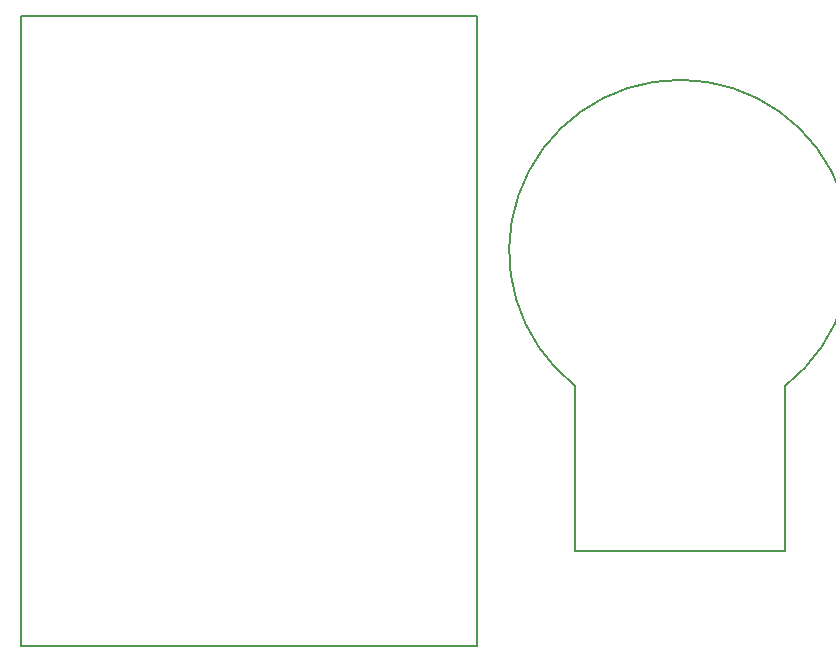
<source format=gm1>
G04 #@! TF.FileFunction,Profile,NP*
%FSLAX46Y46*%
G04 Gerber Fmt 4.6, Leading zero omitted, Abs format (unit mm)*
G04 Created by KiCad (PCBNEW 4.0.3+e1-6302~38~ubuntu14.04.1-stable) date Sun Sep 11 21:11:21 2016*
%MOMM*%
%LPD*%
G01*
G04 APERTURE LIST*
%ADD10C,0.100000*%
%ADD11C,0.150000*%
G04 APERTURE END LIST*
D10*
D11*
X197809981Y-118409073D02*
X197809981Y-104439073D01*
X180029981Y-118409073D02*
X197809981Y-118409073D01*
X180029981Y-104439073D02*
X180029981Y-118409073D01*
X197809981Y-104439073D02*
G75*
G03X180029981Y-104439073I-8890000J11430000D01*
G01*
X171704000Y-126492000D02*
X133096000Y-126492000D01*
X171704000Y-73152000D02*
X171704000Y-126492000D01*
X133096000Y-73152000D02*
X133096000Y-126492000D01*
X171704000Y-73152000D02*
X133096000Y-73152000D01*
M02*

</source>
